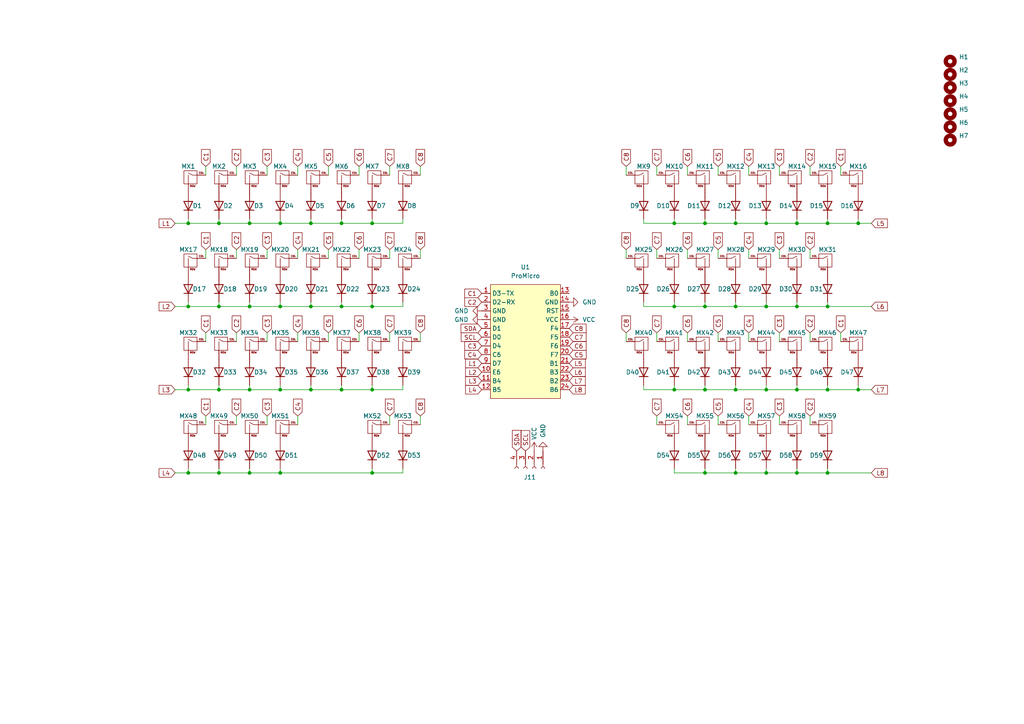
<source format=kicad_sch>
(kicad_sch (version 20230121) (generator eeschema)
  (paper "A4")
  (junction (at 222.25 64.77))
  (junction (at 81.28 113.03))
  (junction (at 63.5 88.9))
  (junction (at 72.39 88.9))
  (junction (at 213.36 137.16))
  (junction (at 63.5 113.03))
  (junction (at 72.39 64.77))
  (junction (at 213.36 113.03))
  (junction (at 204.47 137.16))
  (junction (at 72.39 137.16))
  (junction (at 107.95 64.77))
  (junction (at 204.47 64.77))
  (junction (at 222.25 137.16))
  (junction (at 195.58 113.03))
  (junction (at 231.14 113.03))
  (junction (at 204.47 113.03))
  (junction (at 248.92 64.77))
  (junction (at 240.03 64.77))
  (junction (at 195.58 64.77))
  (junction (at 107.95 88.9))
  (junction (at 99.06 64.77))
  (junction (at 72.39 113.03))
  (junction (at 81.28 88.9))
  (junction (at 90.17 88.9))
  (junction (at 240.03 88.9))
  (junction (at 222.25 88.9))
  (junction (at 54.61 64.77))
  (junction (at 54.61 113.03))
  (junction (at 54.61 88.9))
  (junction (at 231.14 64.77))
  (junction (at 213.36 88.9))
  (junction (at 213.36 64.77))
  (junction (at 99.06 88.9))
  (junction (at 99.06 113.03))
  (junction (at 81.28 64.77))
  (junction (at 63.5 137.16))
  (junction (at 81.28 137.16))
  (junction (at 90.17 64.77))
  (junction (at 222.25 113.03))
  (junction (at 248.92 113.03))
  (junction (at 195.58 88.9))
  (junction (at 240.03 113.03))
  (junction (at 204.47 88.9))
  (junction (at 231.14 88.9))
  (junction (at 63.5 64.77))
  (junction (at 231.14 137.16))
  (junction (at 107.95 113.03))
  (junction (at 107.95 137.16))
  (junction (at 240.03 137.16))
  (junction (at 90.17 113.03))
  (junction (at 54.61 137.16))
  (wire (pts (xy 222.25 88.9) (xy 222.25 87.63)))
  (wire (pts (xy 50.8 88.9) (xy 54.61 88.9)))
  (wire (pts (xy 208.28 120.65) (xy 208.28 123.19)))
  (wire (pts (xy 190.5 72.39) (xy 190.5 74.93)))
  (wire (pts (xy 63.5 137.16) (xy 72.39 137.16)))
  (wire (pts (xy 107.95 113.03) (xy 116.84 113.03)))
  (wire (pts (xy 59.69 72.39) (xy 59.69 74.93)))
  (wire (pts (xy 72.39 88.9) (xy 72.39 87.63)))
  (wire (pts (xy 63.5 64.77) (xy 63.5 63.5)))
  (wire (pts (xy 231.14 137.16) (xy 222.25 137.16)))
  (wire (pts (xy 54.61 137.16) (xy 63.5 137.16)))
  (wire (pts (xy 222.25 113.03) (xy 213.36 113.03)))
  (wire (pts (xy 104.14 96.52) (xy 104.14 99.06)))
  (wire (pts (xy 116.84 113.03) (xy 116.84 111.76)))
  (wire (pts (xy 50.8 113.03) (xy 54.61 113.03)))
  (wire (pts (xy 68.58 120.65) (xy 68.58 123.19)))
  (wire (pts (xy 90.17 113.03) (xy 90.17 111.76)))
  (wire (pts (xy 86.36 96.52) (xy 86.36 99.06)))
  (wire (pts (xy 240.03 88.9) (xy 252.73 88.9)))
  (wire (pts (xy 222.25 64.77) (xy 213.36 64.77)))
  (wire (pts (xy 107.95 88.9) (xy 107.95 87.63)))
  (wire (pts (xy 213.36 137.16) (xy 213.36 135.89)))
  (wire (pts (xy 190.5 96.52) (xy 190.5 99.06)))
  (wire (pts (xy 234.95 72.39) (xy 234.95 74.93)))
  (wire (pts (xy 77.47 48.26) (xy 77.47 50.8)))
  (wire (pts (xy 63.5 113.03) (xy 63.5 111.76)))
  (wire (pts (xy 72.39 113.03) (xy 81.28 113.03)))
  (wire (pts (xy 195.58 137.16) (xy 195.58 135.89)))
  (wire (pts (xy 104.14 72.39) (xy 104.14 74.93)))
  (wire (pts (xy 181.61 48.26) (xy 181.61 50.8)))
  (wire (pts (xy 99.06 113.03) (xy 107.95 113.03)))
  (wire (pts (xy 107.95 137.16) (xy 116.84 137.16)))
  (wire (pts (xy 217.17 72.39) (xy 217.17 74.93)))
  (wire (pts (xy 213.36 113.03) (xy 204.47 113.03)))
  (wire (pts (xy 240.03 88.9) (xy 240.03 87.63)))
  (wire (pts (xy 190.5 48.26) (xy 190.5 50.8)))
  (wire (pts (xy 181.61 72.39) (xy 181.61 74.93)))
  (wire (pts (xy 213.36 88.9) (xy 204.47 88.9)))
  (wire (pts (xy 95.25 96.52) (xy 95.25 99.06)))
  (wire (pts (xy 99.06 88.9) (xy 99.06 87.63)))
  (wire (pts (xy 199.39 72.39) (xy 199.39 74.93)))
  (wire (pts (xy 252.73 64.77) (xy 248.92 64.77)))
  (wire (pts (xy 121.92 120.65) (xy 121.92 123.19)))
  (wire (pts (xy 59.69 48.26) (xy 59.69 50.8)))
  (wire (pts (xy 90.17 88.9) (xy 99.06 88.9)))
  (wire (pts (xy 240.03 137.16) (xy 240.03 135.89)))
  (wire (pts (xy 72.39 137.16) (xy 72.39 135.89)))
  (wire (pts (xy 199.39 120.65) (xy 199.39 123.19)))
  (wire (pts (xy 248.92 64.77) (xy 240.03 64.77)))
  (wire (pts (xy 63.5 113.03) (xy 72.39 113.03)))
  (wire (pts (xy 77.47 72.39) (xy 77.47 74.93)))
  (wire (pts (xy 90.17 64.77) (xy 90.17 63.5)))
  (wire (pts (xy 252.73 113.03) (xy 248.92 113.03)))
  (wire (pts (xy 95.25 48.26) (xy 95.25 50.8)))
  (wire (pts (xy 86.36 48.26) (xy 86.36 50.8)))
  (wire (pts (xy 195.58 113.03) (xy 186.69 113.03)))
  (wire (pts (xy 190.5 120.65) (xy 190.5 123.19)))
  (wire (pts (xy 199.39 96.52) (xy 199.39 99.06)))
  (wire (pts (xy 54.61 64.77) (xy 54.61 63.5)))
  (wire (pts (xy 68.58 72.39) (xy 68.58 74.93)))
  (wire (pts (xy 243.84 96.52) (xy 243.84 99.06)))
  (wire (pts (xy 231.14 64.77) (xy 222.25 64.77)))
  (wire (pts (xy 121.92 72.39) (xy 121.92 74.93)))
  (wire (pts (xy 222.25 137.16) (xy 213.36 137.16)))
  (wire (pts (xy 181.61 96.52) (xy 181.61 99.06)))
  (wire (pts (xy 195.58 64.77) (xy 195.58 63.5)))
  (wire (pts (xy 213.36 113.03) (xy 213.36 111.76)))
  (wire (pts (xy 240.03 88.9) (xy 231.14 88.9)))
  (wire (pts (xy 81.28 137.16) (xy 107.95 137.16)))
  (wire (pts (xy 231.14 88.9) (xy 231.14 87.63)))
  (wire (pts (xy 195.58 113.03) (xy 195.58 111.76)))
  (wire (pts (xy 243.84 48.26) (xy 243.84 50.8)))
  (wire (pts (xy 222.25 137.16) (xy 222.25 135.89)))
  (wire (pts (xy 113.03 48.26) (xy 113.03 50.8)))
  (wire (pts (xy 231.14 88.9) (xy 222.25 88.9)))
  (wire (pts (xy 107.95 88.9) (xy 116.84 88.9)))
  (wire (pts (xy 217.17 96.52) (xy 217.17 99.06)))
  (wire (pts (xy 54.61 88.9) (xy 54.61 87.63)))
  (wire (pts (xy 204.47 113.03) (xy 195.58 113.03)))
  (wire (pts (xy 208.28 96.52) (xy 208.28 99.06)))
  (wire (pts (xy 81.28 64.77) (xy 90.17 64.77)))
  (wire (pts (xy 116.84 137.16) (xy 116.84 135.89)))
  (wire (pts (xy 90.17 64.77) (xy 99.06 64.77)))
  (wire (pts (xy 90.17 88.9) (xy 90.17 87.63)))
  (wire (pts (xy 113.03 96.52) (xy 113.03 99.06)))
  (wire (pts (xy 248.92 64.77) (xy 248.92 63.5)))
  (wire (pts (xy 186.69 88.9) (xy 186.69 87.63)))
  (wire (pts (xy 226.06 48.26) (xy 226.06 50.8)))
  (wire (pts (xy 121.92 48.26) (xy 121.92 50.8)))
  (wire (pts (xy 121.92 96.52) (xy 121.92 99.06)))
  (wire (pts (xy 63.5 64.77) (xy 72.39 64.77)))
  (wire (pts (xy 86.36 120.65) (xy 86.36 123.19)))
  (wire (pts (xy 68.58 96.52) (xy 68.58 99.06)))
  (wire (pts (xy 81.28 137.16) (xy 81.28 135.89)))
  (wire (pts (xy 234.95 48.26) (xy 234.95 50.8)))
  (wire (pts (xy 186.69 113.03) (xy 186.69 111.76)))
  (wire (pts (xy 99.06 64.77) (xy 107.95 64.77)))
  (wire (pts (xy 204.47 88.9) (xy 195.58 88.9)))
  (wire (pts (xy 50.8 64.77) (xy 54.61 64.77)))
  (wire (pts (xy 107.95 64.77) (xy 116.84 64.77)))
  (wire (pts (xy 234.95 120.65) (xy 234.95 123.19)))
  (wire (pts (xy 72.39 137.16) (xy 81.28 137.16)))
  (wire (pts (xy 217.17 120.65) (xy 217.17 123.19)))
  (wire (pts (xy 116.84 88.9) (xy 116.84 87.63)))
  (wire (pts (xy 195.58 64.77) (xy 186.69 64.77)))
  (wire (pts (xy 240.03 113.03) (xy 240.03 111.76)))
  (wire (pts (xy 81.28 64.77) (xy 81.28 63.5)))
  (wire (pts (xy 86.36 72.39) (xy 86.36 74.93)))
  (wire (pts (xy 59.69 96.52) (xy 59.69 99.06)))
  (wire (pts (xy 81.28 113.03) (xy 90.17 113.03)))
  (wire (pts (xy 226.06 96.52) (xy 226.06 99.06)))
  (wire (pts (xy 63.5 88.9) (xy 63.5 87.63)))
  (wire (pts (xy 231.14 137.16) (xy 231.14 135.89)))
  (wire (pts (xy 204.47 88.9) (xy 204.47 87.63)))
  (wire (pts (xy 72.39 113.03) (xy 72.39 111.76)))
  (wire (pts (xy 240.03 137.16) (xy 252.73 137.16)))
  (wire (pts (xy 113.03 120.65) (xy 113.03 123.19)))
  (wire (pts (xy 226.06 72.39) (xy 226.06 74.93)))
  (wire (pts (xy 99.06 113.03) (xy 99.06 111.76)))
  (wire (pts (xy 240.03 113.03) (xy 231.14 113.03)))
  (wire (pts (xy 195.58 88.9) (xy 186.69 88.9)))
  (wire (pts (xy 226.06 120.65) (xy 226.06 123.19)))
  (wire (pts (xy 68.58 48.26) (xy 68.58 50.8)))
  (wire (pts (xy 72.39 64.77) (xy 72.39 63.5)))
  (wire (pts (xy 234.95 96.52) (xy 234.95 99.06)))
  (wire (pts (xy 231.14 113.03) (xy 231.14 111.76)))
  (wire (pts (xy 90.17 113.03) (xy 99.06 113.03)))
  (wire (pts (xy 72.39 88.9) (xy 81.28 88.9)))
  (wire (pts (xy 248.92 113.03) (xy 240.03 113.03)))
  (wire (pts (xy 72.39 64.77) (xy 81.28 64.77)))
  (wire (pts (xy 54.61 113.03) (xy 63.5 113.03)))
  (wire (pts (xy 222.25 113.03) (xy 222.25 111.76)))
  (wire (pts (xy 208.28 72.39) (xy 208.28 74.93)))
  (wire (pts (xy 59.69 120.65) (xy 59.69 123.19)))
  (wire (pts (xy 116.84 64.77) (xy 116.84 63.5)))
  (wire (pts (xy 217.17 48.26) (xy 217.17 50.8)))
  (wire (pts (xy 213.36 64.77) (xy 204.47 64.77)))
  (wire (pts (xy 240.03 64.77) (xy 240.03 63.5)))
  (wire (pts (xy 204.47 113.03) (xy 204.47 111.76)))
  (wire (pts (xy 107.95 64.77) (xy 107.95 63.5)))
  (wire (pts (xy 54.61 113.03) (xy 54.61 111.76)))
  (wire (pts (xy 107.95 113.03) (xy 107.95 111.76)))
  (wire (pts (xy 104.14 48.26) (xy 104.14 50.8)))
  (wire (pts (xy 204.47 137.16) (xy 204.47 135.89)))
  (wire (pts (xy 231.14 64.77) (xy 231.14 63.5)))
  (wire (pts (xy 113.03 72.39) (xy 113.03 74.93)))
  (wire (pts (xy 213.36 88.9) (xy 213.36 87.63)))
  (wire (pts (xy 208.28 48.26) (xy 208.28 50.8)))
  (wire (pts (xy 204.47 64.77) (xy 204.47 63.5)))
  (wire (pts (xy 107.95 137.16) (xy 107.95 135.89)))
  (wire (pts (xy 63.5 137.16) (xy 63.5 135.89)))
  (wire (pts (xy 240.03 64.77) (xy 231.14 64.77)))
  (wire (pts (xy 77.47 96.52) (xy 77.47 99.06)))
  (wire (pts (xy 81.28 113.03) (xy 81.28 111.76)))
  (wire (pts (xy 99.06 88.9) (xy 107.95 88.9)))
  (wire (pts (xy 81.28 88.9) (xy 81.28 87.63)))
  (wire (pts (xy 240.03 137.16) (xy 231.14 137.16)))
  (wire (pts (xy 231.14 113.03) (xy 222.25 113.03)))
  (wire (pts (xy 222.25 88.9) (xy 213.36 88.9)))
  (wire (pts (xy 195.58 88.9) (xy 195.58 87.63)))
  (wire (pts (xy 63.5 88.9) (xy 72.39 88.9)))
  (wire (pts (xy 213.36 64.77) (xy 213.36 63.5)))
  (wire (pts (xy 95.25 72.39) (xy 95.25 74.93)))
  (wire (pts (xy 222.25 64.77) (xy 222.25 63.5)))
  (wire (pts (xy 186.69 64.77) (xy 186.69 63.5)))
  (wire (pts (xy 99.06 64.77) (xy 99.06 63.5)))
  (wire (pts (xy 204.47 137.16) (xy 195.58 137.16)))
  (wire (pts (xy 54.61 137.16) (xy 54.61 135.89)))
  (wire (pts (xy 213.36 137.16) (xy 204.47 137.16)))
  (wire (pts (xy 54.61 64.77) (xy 63.5 64.77)))
  (wire (pts (xy 204.47 64.77) (xy 195.58 64.77)))
  (wire (pts (xy 77.47 120.65) (xy 77.47 123.19)))
  (wire (pts (xy 50.8 137.16) (xy 54.61 137.16)))
  (wire (pts (xy 54.61 88.9) (xy 63.5 88.9)))
  (wire (pts (xy 81.28 88.9) (xy 90.17 88.9)))
  (wire (pts (xy 199.39 48.26) (xy 199.39 50.8)))
  (wire (pts (xy 248.92 113.03) (xy 248.92 111.76)))
  (global_label "C4" (shape input) (at 86.36 48.26 90) (property "Intersheetrefs" "${INTERSHEET_REFS}" (effects hide)))
  (global_label "C1" (shape input) (at 59.69 96.52 90) (property "Intersheetrefs" "${INTERSHEET_REFS}" (effects hide)))
  (global_label "C7" (shape input) (at 113.03 96.52 90) (property "Intersheetrefs" "${INTERSHEET_REFS}" (effects hide)))
  (global_label "C6" (shape input) (at 199.39 48.26 90) (property "Intersheetrefs" "${INTERSHEET_REFS}" (effects hide)))
  (global_label "SCL" (shape input) (at 152.4 130.81 90) (property "Intersheetrefs" "${INTERSHEET_REFS}" (effects hide)))
  (global_label "C6" (shape input) (at 199.39 120.65 90) (property "Intersheetrefs" "${INTERSHEET_REFS}" (effects hide)))
  (global_label "C1" (shape input) (at 243.84 96.52 90) (property "Intersheetrefs" "${INTERSHEET_REFS}" (effects hide)))
  (global_label "C7" (shape input) (at 113.03 120.65 90) (property "Intersheetrefs" "${INTERSHEET_REFS}" (effects hide)))
  (global_label "C8" (shape input) (at 121.92 48.26 90) (property "Intersheetrefs" "${INTERSHEET_REFS}" (effects hide)))
  (global_label "C5" (shape input) (at 165.1 102.87 0) (property "Intersheetrefs" "${INTERSHEET_REFS}" (effects hide)))
  (global_label "L6" (shape input) (at 252.73 88.9 0) (property "Intersheetrefs" "${INTERSHEET_REFS}" (effects hide)))
  (global_label "C6" (shape input) (at 199.39 72.39 90) (property "Intersheetrefs" "${INTERSHEET_REFS}" (effects hide)))
  (global_label "L1" (shape input) (at 139.7 105.41 180) (property "Intersheetrefs" "${INTERSHEET_REFS}" (effects hide)))
  (global_label "C5" (shape input) (at 95.25 48.26 90) (property "Intersheetrefs" "${INTERSHEET_REFS}" (effects hide)))
  (global_label "C3" (shape input) (at 139.7 100.33 180) (property "Intersheetrefs" "${INTERSHEET_REFS}" (effects hide)))
  (global_label "C1" (shape input) (at 139.7 85.09 180) (property "Intersheetrefs" "${INTERSHEET_REFS}" (effects hide)))
  (global_label "C4" (shape input) (at 217.17 48.26 90) (property "Intersheetrefs" "${INTERSHEET_REFS}" (effects hide)))
  (global_label "L4" (shape input) (at 50.8 137.16 180) (property "Intersheetrefs" "${INTERSHEET_REFS}" (effects hide)))
  (global_label "L2" (shape input) (at 50.8 88.9 180) (property "Intersheetrefs" "${INTERSHEET_REFS}" (effects hide)))
  (global_label "C8" (shape input) (at 121.92 96.52 90) (property "Intersheetrefs" "${INTERSHEET_REFS}" (effects hide)))
  (global_label "C6" (shape input) (at 104.14 72.39 90) (property "Intersheetrefs" "${INTERSHEET_REFS}" (effects hide)))
  (global_label "L1" (shape input) (at 50.8 64.77 180) (property "Intersheetrefs" "${INTERSHEET_REFS}" (effects hide)))
  (global_label "C1" (shape input) (at 59.69 120.65 90) (property "Intersheetrefs" "${INTERSHEET_REFS}" (effects hide)))
  (global_label "C6" (shape input) (at 104.14 96.52 90) (property "Intersheetrefs" "${INTERSHEET_REFS}" (effects hide)))
  (global_label "C3" (shape input) (at 226.06 48.26 90) (property "Intersheetrefs" "${INTERSHEET_REFS}" (effects hide)))
  (global_label "C1" (shape input) (at 59.69 48.26 90) (property "Intersheetrefs" "${INTERSHEET_REFS}" (effects hide)))
  (global_label "C5" (shape input) (at 95.25 72.39 90) (property "Intersheetrefs" "${INTERSHEET_REFS}" (effects hide)))
  (global_label "C4" (shape input) (at 139.7 102.87 180) (property "Intersheetrefs" "${INTERSHEET_REFS}" (effects hide)))
  (global_label "C1" (shape input) (at 59.69 72.39 90) (property "Intersheetrefs" "${INTERSHEET_REFS}" (effects hide)))
  (global_label "SDA" (shape input) (at 139.7 95.25 180) (property "Intersheetrefs" "${INTERSHEET_REFS}" (effects hide)))
  (global_label "L6" (shape input) (at 165.1 107.95 0) (property "Intersheetrefs" "${INTERSHEET_REFS}" (effects hide)))
  (global_label "C8" (shape input) (at 181.61 96.52 90) (property "Intersheetrefs" "${INTERSHEET_REFS}" (effects hide)))
  (global_label "C5" (shape input) (at 208.28 48.26 90) (property "Intersheetrefs" "${INTERSHEET_REFS}" (effects hide)))
  (global_label "C2" (shape input) (at 234.95 72.39 90) (property "Intersheetrefs" "${INTERSHEET_REFS}" (effects hide)))
  (global_label "L5" (shape input) (at 165.1 105.41 0) (property "Intersheetrefs" "${INTERSHEET_REFS}" (effects hide)))
  (global_label "C7" (shape input) (at 113.03 72.39 90) (property "Intersheetrefs" "${INTERSHEET_REFS}" (effects hide)))
  (global_label "C2" (shape input) (at 139.7 87.63 180) (property "Intersheetrefs" "${INTERSHEET_REFS}" (effects hide)))
  (global_label "C2" (shape input) (at 68.58 48.26 90) (property "Intersheetrefs" "${INTERSHEET_REFS}" (effects hide)))
  (global_label "C7" (shape input) (at 190.5 96.52 90) (property "Intersheetrefs" "${INTERSHEET_REFS}" (effects hide)))
  (global_label "C8" (shape input) (at 181.61 48.26 90) (property "Intersheetrefs" "${INTERSHEET_REFS}" (effects hide)))
  (global_label "C3" (shape input) (at 77.47 72.39 90) (property "Intersheetrefs" "${INTERSHEET_REFS}" (effects hide)))
  (global_label "L7" (shape input) (at 165.1 110.49 0) (property "Intersheetrefs" "${INTERSHEET_REFS}" (effects hide)))
  (global_label "C4" (shape input) (at 86.36 96.52 90) (property "Intersheetrefs" "${INTERSHEET_REFS}" (effects hide)))
  (global_label "C8" (shape input) (at 121.92 72.39 90) (property "Intersheetrefs" "${INTERSHEET_REFS}" (effects hide)))
  (global_label "C4" (shape input) (at 86.36 72.39 90) (property "Intersheetrefs" "${INTERSHEET_REFS}" (effects hide)))
  (global_label "L8" (shape input) (at 252.73 137.16 0) (property "Intersheetrefs" "${INTERSHEET_REFS}" (effects hide)))
  (global_label "C3" (shape input) (at 77.47 48.26 90) (property "Intersheetrefs" "${INTERSHEET_REFS}" (effects hide)))
  (global_label "C3" (shape input) (at 77.47 96.52 90) (property "Intersheetrefs" "${INTERSHEET_REFS}" (effects hide)))
  (global_label "L3" (shape input) (at 139.7 110.49 180) (property "Intersheetrefs" "${INTERSHEET_REFS}" (effects hide)))
  (global_label "SCL" (shape input) (at 139.7 97.79 180) (property "Intersheetrefs" "${INTERSHEET_REFS}" (effects hide)))
  (global_label "C1" (shape input) (at 243.84 48.26 90) (property "Intersheetrefs" "${INTERSHEET_REFS}" (effects hide)))
  (global_label "C7" (shape input) (at 190.5 120.65 90) (property "Intersheetrefs" "${INTERSHEET_REFS}" (effects hide)))
  (global_label "C4" (shape input) (at 86.36 120.65 90) (property "Intersheetrefs" "${INTERSHEET_REFS}" (effects hide)))
  (global_label "C2" (shape input) (at 68.58 72.39 90) (property "Intersheetrefs" "${INTERSHEET_REFS}" (effects hide)))
  (global_label "L4" (shape input) (at 139.7 113.03 180) (property "Intersheetrefs" "${INTERSHEET_REFS}" (effects hide)))
  (global_label "C3" (shape input) (at 226.06 120.65 90) (property "Intersheetrefs" "${INTERSHEET_REFS}" (effects hide)))
  (global_label "C8" (shape input) (at 165.1 95.25 0) (property "Intersheetrefs" "${INTERSHEET_REFS}" (effects hide)))
  (global_label "C7" (shape input) (at 165.1 97.79 0) (property "Intersheetrefs" "${INTERSHEET_REFS}" (effects hide)))
  (global_label "L3" (shape input) (at 50.8 113.03 180) (property "Intersheetrefs" "${INTERSHEET_REFS}" (effects hide)))
  (global_label "C2" (shape input) (at 234.95 96.52 90) (property "Intersheetrefs" "${INTERSHEET_REFS}" (effects hide)))
  (global_label "L7" (shape input) (at 252.73 113.03 0) (property "Intersheetrefs" "${INTERSHEET_REFS}" (effects hide)))
  (global_label "C7" (shape input) (at 190.5 48.26 90) (property "Intersheetrefs" "${INTERSHEET_REFS}" (effects hide)))
  (global_label "C2" (shape input) (at 68.58 96.52 90) (property "Intersheetrefs" "${INTERSHEET_REFS}" (effects hide)))
  (global_label "L2" (shape input) (at 139.7 107.95 180) (property "Intersheetrefs" "${INTERSHEET_REFS}" (effects hide)))
  (global_label "C5" (shape input) (at 95.25 96.52 90) (property "Intersheetrefs" "${INTERSHEET_REFS}" (effects hide)))
  (global_label "C7" (shape input) (at 190.5 72.39 90) (property "Intersheetrefs" "${INTERSHEET_REFS}" (effects hide)))
  (global_label "C6" (shape input) (at 104.14 48.26 90) (property "Intersheetrefs" "${INTERSHEET_REFS}" (effects hide)))
  (global_label "C7" (shape input) (at 113.03 48.26 90) (property "Intersheetrefs" "${INTERSHEET_REFS}" (effects hide)))
  (global_label "C2" (shape input) (at 234.95 48.26 90) (property "Intersheetrefs" "${INTERSHEET_REFS}" (effects hide)))
  (global_label "C4" (shape input) (at 217.17 96.52 90) (property "Intersheetrefs" "${INTERSHEET_REFS}" (effects hide)))
  (global_label "C4" (shape input) (at 217.17 120.65 90) (property "Intersheetrefs" "${INTERSHEET_REFS}" (effects hide)))
  (global_label "C8" (shape input) (at 121.92 120.65 90) (property "Intersheetrefs" "${INTERSHEET_REFS}" (effects hide)))
  (global_label "C5" (shape input) (at 208.28 72.39 90) (property "Intersheetrefs" "${INTERSHEET_REFS}" (effects hide)))
  (global_label "SDA" (shape input) (at 149.86 130.81 90) (property "Intersheetrefs" "${INTERSHEET_REFS}" (effects hide)))
  (global_label "C5" (shape input) (at 208.28 96.52 90) (property "Intersheetrefs" "${INTERSHEET_REFS}" (effects hide)))
  (global_label "C2" (shape input) (at 234.95 120.65 90) (property "Intersheetrefs" "${INTERSHEET_REFS}" (effects hide)))
  (global_label "C4" (shape input) (at 217.17 72.39 90) (property "Intersheetrefs" "${INTERSHEET_REFS}" (effects hide)))
  (global_label "L5" (shape input) (at 252.73 64.77 0) (property "Intersheetrefs" "${INTERSHEET_REFS}" (effects hide)))
  (global_label "C5" (shape input) (at 208.28 120.65 90) (property "Intersheetrefs" "${INTERSHEET_REFS}" (effects hide)))
  (global_label "C3" (shape input) (at 77.47 120.65 90) (property "Intersheetrefs" "${INTERSHEET_REFS}" (effects hide)))
  (global_label "C3" (shape input) (at 226.06 72.39 90) (property "Intersheetrefs" "${INTERSHEET_REFS}" (effects hide)))
  (global_label "L8" (shape input) (at 165.1 113.03 0) (property "Intersheetrefs" "${INTERSHEET_REFS}" (effects hide)))
  (global_label "C8" (shape input) (at 181.61 72.39 90) (property "Intersheetrefs" "${INTERSHEET_REFS}" (effects hide)))
  (global_label "C2" (shape input) (at 68.58 120.65 90) (property "Intersheetrefs" "${INTERSHEET_REFS}" (effects hide)))
  (global_label "C3" (shape input) (at 226.06 96.52 90) (property "Intersheetrefs" "${INTERSHEET_REFS}" (effects hide)))
  (global_label "C6" (shape input) (at 199.39 96.52 90) (property "Intersheetrefs" "${INTERSHEET_REFS}" (effects hide)))
  (global_label "C6" (shape input) (at 165.1 100.33 0) (property "Intersheetrefs" "${INTERSHEET_REFS}" (effects hide)))
  (symbol (lib_id "PCM_0xcb:MX") (at 64.77 123.19 0) (unit 1)
    (property "Reference" "MX49" (at 63.5 120.65 0))
    (property "Value" "MX" (effects hide))
    (property "Footprint" "_mx:MX-Alps-Hybrid-1U" (effects hide))
  )
  (symbol (lib_id "Diode:1N4148") (at 63.5 59.69 90) (unit 1)
    (property "Reference" "D2" (at 64.77 59.69 90) (effects (justify right)))
    (property "Value" "1N4148" (effects hide))
    (property "Footprint" "Diode_THT:D_DO-35_SOD27_P7.62mm_Horizontal" (effects hide))
    (property "Datasheet" "https://assets.nexperia.com/documents/data-sheet/1N4148_1N4448.pdf" (effects hide))
    (property "Sim.Device" "D" (effects hide))
    (property "Sim.Pins" "1=K 2=A" (effects hide))
  )
  (symbol (lib_id "PCM_0xcb:MX") (at 73.66 99.06 0) (unit 1)
    (property "Reference" "MX34" (at 72.39 96.52 0))
    (property "Value" "MX" (effects hide))
    (property "Footprint" "_mx:MX-Alps-Hybrid-1U" (effects hide))
  )
  (symbol (lib_id "Diode:1N4148") (at 72.39 107.95 90) (unit 1)
    (property "Reference" "D34" (at 73.66 107.95 90) (effects (justify right)))
    (property "Value" "1N4148" (effects hide))
    (property "Footprint" "Diode_THT:D_DO-35_SOD27_P7.62mm_Horizontal" (effects hide))
    (property "Datasheet" "https://assets.nexperia.com/documents/data-sheet/1N4148_1N4448.pdf" (effects hide))
    (property "Sim.Device" "D" (effects hide))
    (property "Sim.Pins" "1=K 2=A" (effects hide))
  )
  (symbol (lib_id "Diode:1N4148") (at 222.25 132.08 270) (mirror x) (unit 1)
    (property "Reference" "D57" (at 220.98 132.08 90) (effects (justify right)))
    (property "Value" "1N4148" (effects hide))
    (property "Footprint" "Diode_THT:D_DO-35_SOD27_P7.62mm_Horizontal" (effects hide))
    (property "Datasheet" "https://assets.nexperia.com/documents/data-sheet/1N4148_1N4448.pdf" (effects hide))
    (property "Sim.Device" "D" (effects hide))
    (property "Sim.Pins" "1=K 2=A" (effects hide))
  )
  (symbol (lib_id "PCM_0xcb:MX") (at 73.66 50.8 0) (unit 1)
    (property "Reference" "MX3" (at 72.39 48.26 0))
    (property "Value" "MX" (effects hide))
    (property "Footprint" "_mx:MX-Alps-Hybrid-1U" (effects hide))
  )
  (symbol (lib_id "PCM_0xcb:MX") (at 220.98 99.06 0) (mirror y) (unit 1)
    (property "Reference" "MX44" (at 222.25 96.52 0))
    (property "Value" "MX" (effects hide))
    (property "Footprint" "_mx:MX-Alps-Hybrid-1U" (effects hide))
  )
  (symbol (lib_id "Diode:1N4148") (at 90.17 107.95 90) (unit 1)
    (property "Reference" "D36" (at 91.44 107.95 90) (effects (justify right)))
    (property "Value" "1N4148" (effects hide))
    (property "Footprint" "Diode_THT:D_DO-35_SOD27_P7.62mm_Horizontal" (effects hide))
    (property "Datasheet" "https://assets.nexperia.com/documents/data-sheet/1N4148_1N4448.pdf" (effects hide))
    (property "Sim.Device" "D" (effects hide))
    (property "Sim.Pins" "1=K 2=A" (effects hide))
  )
  (symbol (lib_id "Diode:1N4148") (at 231.14 107.95 270) (mirror x) (unit 1)
    (property "Reference" "D45" (at 229.87 107.95 90) (effects (justify right)))
    (property "Value" "1N4148" (effects hide))
    (property "Footprint" "Diode_THT:D_DO-35_SOD27_P7.62mm_Horizontal" (effects hide))
    (property "Datasheet" "https://assets.nexperia.com/documents/data-sheet/1N4148_1N4448.pdf" (effects hide))
    (property "Sim.Device" "D" (effects hide))
    (property "Sim.Pins" "1=K 2=A" (effects hide))
  )
  (symbol (lib_id "Diode:1N4148") (at 63.5 107.95 90) (unit 1)
    (property "Reference" "D33" (at 64.77 107.95 90) (effects (justify right)))
    (property "Value" "1N4148" (effects hide))
    (property "Footprint" "Diode_THT:D_DO-35_SOD27_P7.62mm_Horizontal" (effects hide))
    (property "Datasheet" "https://assets.nexperia.com/documents/data-sheet/1N4148_1N4448.pdf" (effects hide))
    (property "Sim.Device" "D" (effects hide))
    (property "Sim.Pins" "1=K 2=A" (effects hide))
  )
  (symbol (lib_id "Diode:1N4148") (at 81.28 132.08 90) (unit 1)
    (property "Reference" "D51" (at 82.55 132.08 90) (effects (justify right)))
    (property "Value" "1N4148" (effects hide))
    (property "Footprint" "Diode_THT:D_DO-35_SOD27_P7.62mm_Horizontal" (effects hide))
    (property "Datasheet" "https://assets.nexperia.com/documents/data-sheet/1N4148_1N4448.pdf" (effects hide))
    (property "Sim.Device" "D" (effects hide))
    (property "Sim.Pins" "1=K 2=A" (effects hide))
  )
  (symbol (lib_id "PCM_0xcb:MX") (at 220.98 74.93 0) (mirror y) (unit 1)
    (property "Reference" "MX29" (at 222.25 72.39 0))
    (property "Value" "MX" (effects hide))
    (property "Footprint" "_mx:MX-Alps-Hybrid-1U" (effects hide))
  )
  (symbol (lib_id "PCM_0xcb:MX") (at 64.77 50.8 0) (unit 1)
    (property "Reference" "MX2" (at 63.5 48.26 0))
    (property "Value" "MX" (effects hide))
    (property "Footprint" "_mx:MX-Alps-Hybrid-1U" (effects hide))
  )
  (symbol (lib_id "Diode:1N4148") (at 81.28 107.95 90) (unit 1)
    (property "Reference" "D35" (at 82.55 107.95 90) (effects (justify right)))
    (property "Value" "1N4148" (effects hide))
    (property "Footprint" "Diode_THT:D_DO-35_SOD27_P7.62mm_Horizontal" (effects hide))
    (property "Datasheet" "https://assets.nexperia.com/documents/data-sheet/1N4148_1N4448.pdf" (effects hide))
    (property "Sim.Device" "D" (effects hide))
    (property "Sim.Pins" "1=K 2=A" (effects hide))
  )
  (symbol (lib_id "Diode:1N4148") (at 72.39 83.82 90) (unit 1)
    (property "Reference" "D19" (at 73.66 83.82 90) (effects (justify right)))
    (property "Value" "1N4148" (effects hide))
    (property "Footprint" "Diode_THT:D_DO-35_SOD27_P7.62mm_Horizontal" (effects hide))
    (property "Datasheet" "https://assets.nexperia.com/documents/data-sheet/1N4148_1N4448.pdf" (effects hide))
    (property "Sim.Device" "D" (effects hide))
    (property "Sim.Pins" "1=K 2=A" (effects hide))
  )
  (symbol (lib_id "power:GND") (at 139.7 92.71 270) (unit 1)
    (property "Reference" "#PWR04" (effects hide))
    (property "Value" "GND" (at 135.89 92.71 90) (effects (justify right)))
  )
  (symbol (lib_id "Diode:1N4148") (at 195.58 83.82 270) (mirror x) (unit 1)
    (property "Reference" "D26" (at 194.31 83.82 90) (effects (justify right)))
    (property "Value" "1N4148" (effects hide))
    (property "Footprint" "Diode_THT:D_DO-35_SOD27_P7.62mm_Horizontal" (effects hide))
    (property "Datasheet" "https://assets.nexperia.com/documents/data-sheet/1N4148_1N4448.pdf" (effects hide))
    (property "Sim.Device" "D" (effects hide))
    (property "Sim.Pins" "1=K 2=A" (effects hide))
  )
  (symbol (lib_id "PCM_0xcb:MX") (at 212.09 99.06 0) (mirror y) (unit 1)
    (property "Reference" "MX43" (at 213.36 96.52 0))
    (property "Value" "MX" (effects hide))
    (property "Footprint" "_mx:MX-Alps-Hybrid-1U" (effects hide))
  )
  (symbol (lib_id "power:GND") (at 165.1 87.63 90) (unit 1)
    (property "Reference" "#PWR02" (effects hide))
    (property "Value" "GND" (at 168.91 87.63 90) (effects (justify right)))
  )
  (symbol (lib_id "Diode:1N4148") (at 107.95 83.82 90) (unit 1)
    (property "Reference" "D23" (at 109.22 83.82 90) (effects (justify right)))
    (property "Value" "1N4148" (effects hide))
    (property "Footprint" "Diode_THT:D_DO-35_SOD27_P7.62mm_Horizontal" (effects hide))
    (property "Datasheet" "https://assets.nexperia.com/documents/data-sheet/1N4148_1N4448.pdf" (effects hide))
    (property "Sim.Device" "D" (effects hide))
    (property "Sim.Pins" "1=K 2=A" (effects hide))
  )
  (symbol (lib_id "PCM_0xcb:MX") (at 194.31 74.93 0) (mirror y) (unit 1)
    (property "Reference" "MX26" (at 195.58 72.39 0))
    (property "Value" "MX" (effects hide))
    (property "Footprint" "_mx:MX-Alps-Hybrid-1U" (effects hide))
  )
  (symbol (lib_id "PCM_0xcb:MX") (at 203.2 99.06 0) (mirror y) (unit 1)
    (property "Reference" "MX42" (at 204.47 96.52 0))
    (property "Value" "MX" (effects hide))
    (property "Footprint" "_mx:MX-Alps-Hybrid-1.25U" (effects hide))
  )
  (symbol (lib_id "PCM_0xcb:MX") (at 194.31 123.19 0) (mirror y) (unit 1)
    (property "Reference" "MX54" (at 195.58 120.65 0))
    (property "Value" "MX" (effects hide))
    (property "Footprint" "_mx:MX-Alps-Hybrid-1.25U" (effects hide))
  )
  (symbol (lib_id "Diode:1N4148") (at 222.25 107.95 270) (mirror x) (unit 1)
    (property "Reference" "D44" (at 220.98 107.95 90) (effects (justify right)))
    (property "Value" "1N4148" (effects hide))
    (property "Footprint" "Diode_THT:D_DO-35_SOD27_P7.62mm_Horizontal" (effects hide))
    (property "Datasheet" "https://assets.nexperia.com/documents/data-sheet/1N4148_1N4448.pdf" (effects hide))
    (property "Sim.Device" "D" (effects hide))
    (property "Sim.Pins" "1=K 2=A" (effects hide))
  )
  (symbol (lib_id "Diode:1N4148") (at 204.47 107.95 270) (mirror x) (unit 1)
    (property "Reference" "D42" (at 203.2 107.95 90) (effects (justify right)))
    (property "Value" "1N4148" (effects hide))
    (property "Footprint" "Diode_THT:D_DO-35_SOD27_P7.62mm_Horizontal" (effects hide))
    (property "Datasheet" "https://assets.nexperia.com/documents/data-sheet/1N4148_1N4448.pdf" (effects hide))
    (property "Sim.Device" "D" (effects hide))
    (property "Sim.Pins" "1=K 2=A" (effects hide))
  )
  (symbol (lib_id "Diode:1N4148") (at 72.39 132.08 90) (unit 1)
    (property "Reference" "D50" (at 73.66 132.08 90) (effects (justify right)))
    (property "Value" "1N4148" (effects hide))
    (property "Footprint" "Diode_THT:D_DO-35_SOD27_P7.62mm_Horizontal" (effects hide))
    (property "Datasheet" "https://assets.nexperia.com/documents/data-sheet/1N4148_1N4448.pdf" (effects hide))
    (property "Sim.Device" "D" (effects hide))
    (property "Sim.Pins" "1=K 2=A" (effects hide))
  )
  (symbol (lib_id "PCM_0xcb:MX") (at 220.98 123.19 0) (mirror y) (unit 1)
    (property "Reference" "MX57" (at 222.25 120.65 0))
    (property "Value" "MX" (effects hide))
    (property "Footprint" "_mx:MX-Alps-Hybrid-1U" (effects hide))
  )
  (symbol (lib_id "PCM_0xcb:MX") (at 55.88 99.06 0) (unit 1)
    (property "Reference" "MX32" (at 54.61 96.52 0))
    (property "Value" "MX" (effects hide))
    (property "Footprint" "_mx:MX-Alps-Hybrid-1.75U" (effects hide))
  )
  (symbol (lib_id "PCM_0xcb:MX") (at 118.11 74.93 0) (unit 1)
    (property "Reference" "MX24" (at 116.84 72.39 0))
    (property "Value" "MX" (effects hide))
    (property "Footprint" "_mx:MX-Alps-Hybrid-1U" (effects hide))
  )
  (symbol (lib_id "Diode:1N4148") (at 116.84 107.95 90) (unit 1)
    (property "Reference" "D39" (at 118.11 107.95 90) (effects (justify right)))
    (property "Value" "1N4148" (effects hide))
    (property "Footprint" "Diode_THT:D_DO-35_SOD27_P7.62mm_Horizontal" (effects hide))
    (property "Datasheet" "https://assets.nexperia.com/documents/data-sheet/1N4148_1N4448.pdf" (effects hide))
    (property "Sim.Device" "D" (effects hide))
    (property "Sim.Pins" "1=K 2=A" (effects hide))
  )
  (symbol (lib_id "PCM_0xcb:MX") (at 229.87 74.93 0) (mirror y) (unit 1)
    (property "Reference" "MX30" (at 231.14 72.39 0))
    (property "Value" "MX" (effects hide))
    (property "Footprint" "_mx:MX-Alps-Hybrid-1U" (effects hide))
  )
  (symbol (lib_id "PCM_0xcb:MX") (at 118.11 123.19 0) (unit 1)
    (property "Reference" "MX53" (at 116.84 120.65 0))
    (property "Value" "MX" (effects hide))
    (property "Footprint" "_mx:MX-Alps-Hybrid-1.25U" (effects hide))
  )
  (symbol (lib_id "Diode:1N4148") (at 116.84 83.82 90) (unit 1)
    (property "Reference" "D24" (at 118.11 83.82 90) (effects (justify right)))
    (property "Value" "1N4148" (effects hide))
    (property "Footprint" "Diode_THT:D_DO-35_SOD27_P7.62mm_Horizontal" (effects hide))
    (property "Datasheet" "https://assets.nexperia.com/documents/data-sheet/1N4148_1N4448.pdf" (effects hide))
    (property "Sim.Device" "D" (effects hide))
    (property "Sim.Pins" "1=K 2=A" (effects hide))
  )
  (symbol (lib_id "Diode:1N4148") (at 107.95 132.08 90) (unit 1)
    (property "Reference" "D52" (at 109.22 132.08 90) (effects (justify right)))
    (property "Value" "1N4148" (effects hide))
    (property "Footprint" "Diode_THT:D_DO-35_SOD27_P7.62mm_Horizontal" (effects hide))
    (property "Datasheet" "https://assets.nexperia.com/documents/data-sheet/1N4148_1N4448.pdf" (effects hide))
    (property "Sim.Device" "D" (effects hide))
    (property "Sim.Pins" "1=K 2=A" (effects hide))
  )
  (symbol (lib_id "PCM_0xcb:MX") (at 238.76 50.8 0) (mirror y) (unit 1)
    (property "Reference" "MX15" (at 240.03 48.26 0))
    (property "Value" "MX" (effects hide))
    (property "Footprint" "_mx:MX-Alps-Hybrid-1U" (effects hide))
  )
  (symbol (lib_id "PCM_0xcb:MX") (at 229.87 99.06 0) (mirror y) (unit 1)
    (property "Reference" "MX45" (at 231.14 96.52 0))
    (property "Value" "MX" (effects hide))
    (property "Footprint" "_mx:MX-Alps-Hybrid-1U" (effects hide))
  )
  (symbol (lib_id "Mechanical:MountingHole") (at 275.59 17.78 0) (unit 1)
    (property "Reference" "H1" (at 278.13 16.51 0) (effects (justify left)))
    (property "Value" "MountingHole" (effects hide))
    (property "Footprint" "MountingHole:MountingHole_2.2mm_M2" (effects hide))
  )
  (symbol (lib_id "PCM_0xcb:MX") (at 91.44 99.06 0) (unit 1)
    (property "Reference" "MX36" (at 90.17 96.52 0))
    (property "Value" "MX" (effects hide))
    (property "Footprint" "_mx:MX-Alps-Hybrid-1U" (effects hide))
  )
  (symbol (lib_id "PCM_0xcb:MX") (at 73.66 74.93 0) (unit 1)
    (property "Reference" "MX19" (at 72.39 72.39 0))
    (property "Value" "MX" (effects hide))
    (property "Footprint" "_mx:MX-Alps-Hybrid-1U" (effects hide))
  )
  (symbol (lib_id "Diode:1N4148") (at 90.17 83.82 90) (unit 1)
    (property "Reference" "D21" (at 91.44 83.82 90) (effects (justify right)))
    (property "Value" "1N4148" (effects hide))
    (property "Footprint" "Diode_THT:D_DO-35_SOD27_P7.62mm_Horizontal" (effects hide))
    (property "Datasheet" "https://assets.nexperia.com/documents/data-sheet/1N4148_1N4448.pdf" (effects hide))
    (property "Sim.Device" "D" (effects hide))
    (property "Sim.Pins" "1=K 2=A" (effects hide))
  )
  (symbol (lib_id "Diode:1N4148") (at 213.36 107.95 270) (mirror x) (unit 1)
    (property "Reference" "D43" (at 212.09 107.95 90) (effects (justify right)))
    (property "Value" "1N4148" (effects hide))
    (property "Footprint" "Diode_THT:D_DO-35_SOD27_P7.62mm_Horizontal" (effects hide))
    (property "Datasheet" "https://assets.nexperia.com/documents/data-sheet/1N4148_1N4448.pdf" (effects hide))
    (property "Sim.Device" "D" (effects hide))
    (property "Sim.Pins" "1=K 2=A" (effects hide))
  )
  (symbol (lib_id "PCM_0xcb:MX") (at 194.31 99.06 0) (mirror y) (unit 1)
    (property "Reference" "MX41" (at 195.58 96.52 0))
    (property "Value" "MX" (effects hide))
    (property "Footprint" "_mx:MX-Alps-Hybrid-1U" (effects hide))
  )
  (symbol (lib_id "PCM_0xcb:MX") (at 64.77 74.93 0) (unit 1)
    (property "Reference" "MX18" (at 63.5 72.39 0))
    (property "Value" "MX" (effects hide))
    (property "Footprint" "_mx:MX-Alps-Hybrid-1U" (effects hide))
  )
  (symbol (lib_id "PCM_0xcb:MX") (at 109.22 123.19 0) (unit 1)
    (property "Reference" "MX52" (at 107.95 120.65 0))
    (property "Value" "MX" (effects hide))
    (property "Footprint" "_mx:MX-Alps-Hybrid-2.25U-ReversedStabilizers" (effects hide))
  )
  (symbol (lib_id "PCM_0xcb:MX") (at 229.87 123.19 0) (mirror y) (unit 1)
    (property "Reference" "MX58" (at 231.14 120.65 0))
    (property "Value" "MX" (effects hide))
    (property "Footprint" "_mx:MX-Alps-Hybrid-1U" (effects hide))
  )
  (symbol (lib_id "PCM_0xcb:MX") (at 82.55 50.8 0) (unit 1)
    (property "Reference" "MX4" (at 81.28 48.26 0))
    (property "Value" "MX" (effects hide))
    (property "Footprint" "_mx:MX-Alps-Hybrid-1U" (effects hide))
  )
  (symbol (lib_id "PCM_0xcb:MX") (at 82.55 99.06 0) (unit 1)
    (property "Reference" "MX35" (at 81.28 96.52 0))
    (property "Value" "MX" (effects hide))
    (property "Footprint" "_mx:MX-Alps-Hybrid-1U" (effects hide))
  )
  (symbol (lib_id "PCM_0xcb:MX") (at 109.22 99.06 0) (unit 1)
    (property "Reference" "MX38" (at 107.95 96.52 0))
    (property "Value" "MX" (effects hide))
    (property "Footprint" "_mx:MX-Alps-Hybrid-1U" (effects hide))
  )
  (symbol (lib_id "PCM_0xcb:MX") (at 203.2 123.19 0) (mirror y) (unit 1)
    (property "Reference" "MX55" (at 204.47 120.65 0))
    (property "Value" "MX" (effects hide))
    (property "Footprint" "_mx:MX-Alps-Hybrid-1U" (effects hide))
  )
  (symbol (lib_id "Connector:Conn_01x04_Socket") (at 154.94 135.89 270) (unit 1)
    (property "Reference" "J11" (at 153.67 138.43 90))
    (property "Value" "Conn_01x04_Socket" (effects hide))
    (property "Footprint" "_OLED:SSD1306-0.91-OLED-4pin-128x32" (effects hide))
  )
  (symbol (lib_id "Diode:1N4148") (at 116.84 132.08 90) (unit 1)
    (property "Reference" "D53" (at 118.11 132.08 90) (effects (justify right)))
    (property "Value" "1N4148" (effects hide))
    (property "Footprint" "Diode_THT:D_DO-35_SOD27_P7.62mm_Horizontal" (effects hide))
    (property "Datasheet" "https://assets.nexperia.com/documents/data-sheet/1N4148_1N4448.pdf" (effects hide))
    (property "Sim.Device" "D" (effects hide))
    (property "Sim.Pins" "1=K 2=A" (effects hide))
  )
  (symbol (lib_id "power:VCC") (at 165.1 92.71 270) (unit 1)
    (property "Reference" "#PWR05" (effects hide))
    (property "Value" "VCC" (at 168.91 92.71 90) (effects (justify left)))
  )
  (symbol (lib_id "Diode:1N4148") (at 116.84 59.69 90) (unit 1)
    (property "Reference" "D8" (at 118.11 59.69 90) (effects (justify right)))
    (property "Value" "1N4148" (effects hide))
    (property "Footprint" "Diode_THT:D_DO-35_SOD27_P7.62mm_Horizontal" (effects hide))
    (property "Datasheet" "https://assets.nexperia.com/documents/data-sheet/1N4148_1N4448.pdf" (effects hide))
    (property "Sim.Device" "D" (effects hide))
    (property "Sim.Pins" "1=K 2=A" (effects hide))
  )
  (symbol (lib_id "Diode:1N4148") (at 72.39 59.69 90) (unit 1)
    (property "Reference" "D3" (at 73.66 59.69 90) (effects (justify right)))
    (property "Value" "1N4148" (effects hide))
    (property "Footprint" "Diode_THT:D_DO-35_SOD27_P7.62mm_Horizontal" (effects hide))
    (property "Datasheet" "https://assets.nexperia.com/documents/data-sheet/1N4148_1N4448.pdf" (effects hide))
    (property "Sim.Device" "D" (effects hide))
    (property "Sim.Pins" "1=K 2=A" (effects hide))
  )
  (symbol (lib_id "Diode:1N4148") (at 54.61 107.95 90) (unit 1)
    (property "Reference" "D32" (at 55.88 107.95 90) (effects (justify right)))
    (property "Value" "1N4148" (effects hide))
    (property "Footprint" "Diode_THT:D_DO-35_SOD27_P7.62mm_Horizontal" (effects hide))
    (property "Datasheet" "https://assets.nexperia.com/documents/data-sheet/1N4148_1N4448.pdf" (effects hide))
    (property "Sim.Device" "D" (effects hide))
    (property "Sim.Pins" "1=K 2=A" (effects hide))
  )
  (symbol (lib_id "Diode:1N4148") (at 81.28 59.69 90) (unit 1)
    (property "Reference" "D4" (at 82.55 59.69 90) (effects (justify right)))
    (property "Value" "1N4148" (effects hide))
    (property "Footprint" "Diode_THT:D_DO-35_SOD27_P7.62mm_Horizontal" (effects hide))
    (property "Datasheet" "https://assets.nexperia.com/documents/data-sheet/1N4148_1N4448.pdf" (effects hide))
    (property "Sim.Device" "D" (effects hide))
    (property "Sim.Pins" "1=K 2=A" (effects hide))
  )
  (symbol (lib_id "Mechanical:MountingHole") (at 275.59 36.83 0) (unit 1)
    (property "Reference" "H6" (at 278.13 35.56 0) (effects (justify left)))
    (property "Value" "MountingHole" (effects hide))
    (property "Footprint" "MountingHole:MountingHole_2.2mm_M2" (effects hide))
  )
  (symbol (lib_id "PCM_marbastlib-promicroish:Arduino_ProMicro") (at 152.4 99.06 0) (unit 1) (in_bom no)
    (property "Reference" "U1" (at 152.4 77.47 0))
    (property "Value" "ProMicro" (at 152.4 80.01 0))
    (property "Footprint" "PCM_marbastlib-xp-promicroish:ProMicro_USBup" (effects hide))
  )
  (symbol (lib_id "Diode:1N4148") (at 90.17 59.69 90) (unit 1)
    (property "Reference" "D5" (at 91.44 59.69 90) (effects (justify right)))
    (property "Value" "1N4148" (effects hide))
    (property "Footprint" "Diode_THT:D_DO-35_SOD27_P7.62mm_Horizontal" (effects hide))
    (property "Datasheet" "https://assets.nexperia.com/documents/data-sheet/1N4148_1N4448.pdf" (effects hide))
    (property "Sim.Device" "D" (effects hide))
    (property "Sim.Pins" "1=K 2=A" (effects hide))
  )
  (symbol (lib_id "Diode:1N4148") (at 213.36 83.82 270) (mirror x) (unit 1)
    (property "Reference" "D28" (at 212.09 83.82 90) (effects (justify right)))
    (property "Value" "1N4148" (effects hide))
    (property "Footprint" "Diode_THT:D_DO-35_SOD27_P7.62mm_Horizontal" (effects hide))
    (property "Datasheet" "https://assets.nexperia.com/documents/data-sheet/1N4148_1N4448.pdf" (effects hide))
    (property "Sim.Device" "D" (effects hide))
    (property "Sim.Pins" "1=K 2=A" (effects hide))
  )
  (symbol (lib_id "Diode:1N4148") (at 107.95 107.95 90) (unit 1)
    (property "Reference" "D38" (at 109.22 107.95 90) (effects (justify right)))
    (property "Value" "1N4148" (effects hide))
    (property "Footprint" "Diode_THT:D_DO-35_SOD27_P7.62mm_Horizontal" (effects hide))
    (property "Datasheet" "https://assets.nexperia.com/documents/data-sheet/1N4148_1N4448.pdf" (effects hide))
    (property "Sim.Device" "D" (effects hide))
    (property "Sim.Pins" "1=K 2=A" (effects hide))
  )
  (symbol (lib_id "Diode:1N4148") (at 63.5 132.08 90) (unit 1)
    (property "Reference" "D49" (at 64.77 132.08 90) (effects (justify right)))
    (property "Value" "1N4148" (effects hide))
    (property "Footprint" "Diode_THT:D_DO-35_SOD27_P7.62mm_Horizontal" (effects hide))
    (property "Datasheet" "https://assets.nexperia.com/documents/data-sheet/1N4148_1N4448.pdf" (effects hide))
    (property "Sim.Device" "D" (effects hide))
    (property "Sim.Pins" "1=K 2=A" (effects hide))
  )
  (symbol (lib_id "PCM_0xcb:MX") (at 185.42 50.8 0) (mirror y) (unit 1)
    (property "Reference" "MX9" (at 186.69 48.26 0))
    (property "Value" "MX" (effects hide))
    (property "Footprint" "_mx:MX-Alps-Hybrid-1U" (effects hide))
  )
  (symbol (lib_id "PCM_0xcb:MX") (at 203.2 74.93 0) (mirror y) (unit 1)
    (property "Reference" "MX27" (at 204.47 72.39 0))
    (property "Value" "MX" (effects hide))
    (property "Footprint" "_mx:MX-Alps-Hybrid-1.75U" (effects hide))
  )
  (symbol (lib_id "Mechanical:MountingHole") (at 275.59 25.4 0) (unit 1)
    (property "Reference" "H3" (at 278.13 24.13 0) (effects (justify left)))
    (property "Value" "MountingHole" (effects hide))
    (property "Footprint" "MountingHole:MountingHole_2.2mm_M2" (effects hide))
  )
  (symbol (lib_id "Diode:1N4148") (at 213.36 59.69 270) (mirror x) (unit 1)
    (property "Reference" "D12" (at 212.09 59.69 90) (effects (justify right)))
    (property "Value" "1N4148" (effects hide))
    (property "Footprint" "Diode_THT:D_DO-35_SOD27_P7.62mm_Horizontal" (effects hide))
    (property "Datasheet" "https://assets.nexperia.com/documents/data-sheet/1N4148_1N4448.pdf" (effects hide))
    (property "Sim.Device" "D" (effects hide))
    (property "Sim.Pins" "1=K 2=A" (effects hide))
  )
  (symbol (lib_id "Diode:1N4148") (at 240.03 132.08 270) (mirror x) (unit 1)
    (property "Reference" "D59" (at 238.76 132.08 90) (effects (justify right)))
    (property "Value" "1N4148" (effects hide))
    (property "Footprint" "Diode_THT:D_DO-35_SOD27_P7.62mm_Horizontal" (effects hide))
    (property "Datasheet" "https://assets.nexperia.com/documents/data-sheet/1N4148_1N4448.pdf" (effects hide))
    (property "Sim.Device" "D" (effects hide))
    (property "Sim.Pins" "1=K 2=A" (effects hide))
  )
  (symbol (lib_id "PCM_0xcb:MX") (at 185.42 74.93 0) (mirror y) (unit 1)
    (property "Reference" "MX25" (at 186.69 72.39 0))
    (property "Value" "MX" (effects hide))
    (property "Footprint" "_mx:MX-Alps-Hybrid-1U" (effects hide))
  )
  (symbol (lib_id "Diode:1N4148") (at 195.58 107.95 270) (mirror x) (unit 1)
    (property "Reference" "D41" (at 194.31 107.95 90) (effects (justify right)))
    (property "Value" "1N4148" (effects hide))
    (property "Footprint" "Diode_THT:D_DO-35_SOD27_P7.62mm_Horizontal" (effects hide))
    (property "Datasheet" "https://assets.nexperia.com/documents/data-sheet/1N4148_1N4448.pdf" (effects hide))
    (property "Sim.Device" "D" (effects hide))
    (property "Sim.Pins" "1=K 2=A" (effects hide))
  )
  (symbol (lib_id "PCM_0xcb:MX") (at 229.87 50.8 0) (mirror y) (unit 1)
    (property "Reference" "MX14" (at 231.14 48.26 0))
    (property "Value" "MX" (effects hide))
    (property "Footprint" "_mx:MX-Alps-Hybrid-1U" (effects hide))
  )
  (symbol (lib_id "PCM_0xcb:MX") (at 73.66 123.19 0) (unit 1)
    (property "Reference" "MX50" (at 72.39 120.65 0))
    (property "Value" "MX" (effects hide))
    (property "Footprint" "_mx:MX-Alps-Hybrid-1.25U" (effects hide))
  )
  (symbol (lib_id "PCM_0xcb:MX") (at 100.33 99.06 0) (unit 1)
    (property "Reference" "MX37" (at 99.06 96.52 0))
    (property "Value" "MX" (effects hide))
    (property "Footprint" "_mx:MX-Alps-Hybrid-1U" (effects hide))
  )
  (symbol (lib_id "Diode:1N4148") (at 186.69 83.82 270) (mirror x) (unit 1)
    (property "Reference" "D25" (at 185.42 83.82 90) (effects (justify right)))
    (property "Value" "1N4148" (effects hide))
    (property "Footprint" "Diode_THT:D_DO-35_SOD27_P7.62mm_Horizontal" (effects hide))
    (property "Datasheet" "https://assets.nexperia.com/documents/data-sheet/1N4148_1N4448.pdf" (effects hide))
    (property "Sim.Device" "D" (effects hide))
    (property "Sim.Pins" "1=K 2=A" (effects hide))
  )
  (symbol (lib_id "Diode:1N4148") (at 99.06 107.95 90) (unit 1)
    (property "Reference" "D37" (at 100.33 107.95 90) (effects (justify right)))
    (property "Value" "1N4148" (effects hide))
    (property "Footprint" "Diode_THT:D_DO-35_SOD27_P7.62mm_Horizontal" (effects hide))
    (property "Datasheet" "https://assets.nexperia.com/documents/data-sheet/1N4148_1N4448.pdf" (effects hide))
    (property "Sim.Device" "D" (effects hide))
    (property "Sim.Pins" "1=K 2=A" (effects hide))
  )
  (symbol (lib_id "power:VCC") (at 154.94 130.81 0) (unit 1)
    (property "Reference" "#PWR06" (effects hide))
    (property "Value" "VCC" (at 154.94 125.73 90))
  )
  (symbol (lib_id "PCM_0xcb:MX") (at 100.33 74.93 0) (unit 1)
    (property "Reference" "MX22" (at 99.06 72.39 0))
    (property "Value" "MX" (effects hide))
    (property "Footprint" "_mx:MX-Alps-Hybrid-1U" (effects hide))
  )
  (symbol (lib_id "Mechanical:MountingHole") (at 275.59 21.59 0) (unit 1)
    (property "Reference" "H2" (at 278.13 20.32 0) (effects (justify left)))
    (property "Value" "MountingHole" (effects hide))
    (property "Footprint" "MountingHole:MountingHole_2.2mm_M2" (effects hide))
  )
  (symbol (lib_id "Diode:1N4148") (at 195.58 132.08 270) (mirror x) (unit 1)
    (property "Reference" "D54" (at 194.31 132.08 90) (effects (justify right)))
    (property "Value" "1N4148" (effects hide))
    (property "Footprint" "Diode_THT:D_DO-35_SOD27_P7.62mm_Horizontal" (effects hide))
    (property "Datasheet" "https://assets.nexperia.com/documents/data-sheet/1N4148_1N4448.pdf" (effects hide))
    (property "Sim.Device" "D" (effects hide))
    (property "Sim.Pins" "1=K 2=A" (effects hide))
  )
  (symbol (lib_id "Mechanical:MountingHole") (at 275.59 29.21 0) (unit 1)
    (property "Reference" "H4" (at 278.13 27.94 0) (effects (justify left)))
    (property "Value" "MountingHole" (effects hide))
    (property "Footprint" "MountingHole:MountingHole_2.2mm_M2" (effects hide))
  )
  (symbol (lib_id "Diode:1N4148") (at 222.25 59.69 270) (mirror x) (unit 1)
    (property "Reference" "D13" (at 220.98 59.69 90) (effects (justify right)))
    (property "Value" "1N4148" (effects hide))
    (property "Footprint" "Diode_THT:D_DO-35_SOD27_P7.62mm_Horizontal" (effects hide))
    (property "Datasheet" "https://assets.nexperia.com/documents/data-sheet/1N4148_1N4448.pdf" (effects hide))
    (property "Sim.Device" "D" (effects hide))
    (property "Sim.Pins" "1=K 2=A" (effects hide))
  )
  (symbol (lib_id "Diode:1N4148") (at 195.58 59.69 270) (mirror x) (unit 1)
    (property "Reference" "D10" (at 194.31 59.69 90) (effects (justify right)))
    (property "Value" "1N4148" (effects hide))
    (property "Footprint" "Diode_THT:D_DO-35_SOD27_P7.62mm_Horizontal" (effects hide))
    (property "Datasheet" "https://assets.nexperia.com/documents/data-sheet/1N4148_1N4448.pdf" (effects hide))
    (property "Sim.Device" "D" (effects hide))
    (property "Sim.Pins" "1=K 2=A" (effects hide))
  )
  (symbol (lib_id "PCM_0xcb:MX") (at 185.42 99.06 0) (mirror y) (unit 1)
    (property "Reference" "MX40" (at 186.69 96.52 0))
    (property "Value" "MX" (effects hide))
    (property "Footprint" "_mx:MX-Alps-Hybrid-1U" (effects hide))
  )
  (symbol (lib_id "PCM_0xcb:MX") (at 100.33 50.8 0) (unit 1)
    (property "Reference" "MX6" (at 99.06 48.26 0))
    (property "Value" "MX" (effects hide))
    (property "Footprint" "_mx:MX-Alps-Hybrid-1U" (effects hide))
  )
  (symbol (lib_id "Diode:1N4148") (at 248.92 107.95 270) (mirror x) (unit 1)
    (property "Reference" "D47" (at 247.65 107.95 90) (effects (justify right)))
    (property "Value" "1N4148" (effects hide))
    (property "Footprint" "Diode_THT:D_DO-35_SOD27_P7.62mm_Horizontal" (effects hide))
    (property "Datasheet" "https://assets.nexperia.com/documents/data-sheet/1N4148_1N4448.pdf" (effects hide))
    (property "Sim.Device" "D" (effects hide))
    (property "Sim.Pins" "1=K 2=A" (effects hide))
  )
  (symbol (lib_id "Diode:1N4148") (at 231.14 132.08 270) (mirror x) (unit 1)
    (property "Reference" "D58" (at 229.87 132.08 90) (effects (justify right)))
    (property "Value" "1N4148" (effects hide))
    (property "Footprint" "Diode_THT:D_DO-35_SOD27_P7.62mm_Horizontal" (effects hide))
    (property "Datasheet" "https://assets.nexperia.com/documents/data-sheet/1N4148_1N4448.pdf" (effects hide))
    (property "Sim.Device" "D" (effects hide))
    (property "Sim.Pins" "1=K 2=A" (effects hide))
  )
  (symbol (lib_id "Diode:1N4148") (at 240.03 59.69 270) (mirror x) (unit 1)
    (property "Reference" "D15" (at 238.76 59.69 90) (effects (justify right)))
    (property "Value" "1N4148" (effects hide))
    (property "Footprint" "Diode_THT:D_DO-35_SOD27_P7.62mm_Horizontal" (effects hide))
    (property "Datasheet" "https://assets.nexperia.com/documents/data-sheet/1N4148_1N4448.pdf" (effects hide))
    (property "Sim.Device" "D" (effects hide))
    (property "Sim.Pins" "1=K 2=A" (effects hide))
  )
  (symbol (lib_id "power:GND") (at 139.7 90.17 270) (unit 1)
    (property "Reference" "#PWR03" (effects hide))
    (property "Value" "GND" (at 135.89 90.17 90) (effects (justify right)))
  )
  (symbol (lib_id "Diode:1N4148") (at 240.03 83.82 270) (mirror x) (unit 1)
    (property "Reference" "D31" (at 238.76 83.82 90) (effects (justify right)))
    (property "Value" "1N4148" (effects hide))
    (property "Footprint" "Diode_THT:D_DO-35_SOD27_P7.62mm_Horizontal" (effects hide))
    (property "Datasheet" "https://assets.nexperia.com/documents/data-sheet/1N4148_1N4448.pdf" (effects hide))
    (property "Sim.Device" "D" (effects hide))
    (property "Sim.Pins" "1=K 2=A" (effects hide))
  )
  (symbol (lib_id "Diode:1N4148") (at 240.03 107.95 270) (mirror x) (unit 1)
    (property "Reference" "D46" (at 238.76 107.95 90) (effects (justify right)))
    (property "Value" "1N4148" (effects hide))
    (property "Footprint" "Diode_THT:D_DO-35_SOD27_P7.62mm_Horizontal" (effects hide))
    (property "Datasheet" "https://assets.nexperia.com/documents/data-sheet/1N4148_1N4448.pdf" (effects hide))
    (property "Sim.Device" "D" (effects hide))
    (property "Sim.Pins" "1=K 2=A" (effects hide))
  )
  (symbol (lib_id "Diode:1N4148") (at 99.06 59.69 90) (unit 1)
    (property "Reference" "D6" (at 100.33 59.69 90) (effects (justify right)))
    (property "Value" "1N4148" (effects hide))
    (property "Footprint" "Diode_THT:D_DO-35_SOD27_P7.62mm_Horizontal" (effects hide))
    (property "Datasheet" "https://assets.nexperia.com/documents/data-sheet/1N4148_1N4448.pdf" (effects hide))
    (property "Sim.Device" "D" (effects hide))
    (property "Sim.Pins" "1=K 2=A" (effects hide))
  )
  (symbol (lib_id "PCM_0xcb:MX") (at 238.76 74.93 0) (mirror y) (unit 1)
    (property "Reference" "MX31" (at 240.03 72.39 0))
    (property "Value" "MX" (effects hide))
    (property "Footprint" "_mx:MX-Alps-Hybrid-1U" (effects hide))
  )
  (symbol (lib_id "PCM_0xcb:MX") (at 109.22 50.8 0) (unit 1)
    (property "Reference" "MX7" (at 107.95 48.26 0))
    (property "Value" "MX" (effects hide))
    (property "Footprint" "_mx:MX-Alps-Hybrid-1U" (effects hide))
  )
  (symbol (lib_id "Diode:1N4148") (at 81.28 83.82 90) (unit 1)
    (property "Reference" "D20" (at 82.55 83.82 90) (effects (justify right)))
    (property "Value" "1N4148" (effects hide))
    (property "Footprint" "Diode_THT:D_DO-35_SOD27_P7.62mm_Horizontal" (effects hide))
    (property "Datasheet" "https://assets.nexperia.com/documents/data-sheet/1N4148_1N4448.pdf" (effects hide))
    (property "Sim.Device" "D" (effects hide))
    (property "Sim.Pins" "1=K 2=A" (effects hide))
  )
  (symbol (lib_id "power:GND") (at 157.48 130.81 180) (unit 1)
    (property "Reference" "#PWR07" (effects hide))
    (property "Value" "GND" (at 157.48 127 90) (effects (justify right)))
  )
  (symbol (lib_id "PCM_0xcb:MX") (at 118.11 99.06 0) (unit 1)
    (property "Reference" "MX39" (at 116.84 96.52 0))
    (property "Value" "MX" (effects hide))
    (property "Footprint" "_mx:MX-Alps-Hybrid-1U" (effects hide))
  )
  (symbol (lib_id "Diode:1N4148") (at 213.36 132.08 270) (mirror x) (unit 1)
    (property "Reference" "D56" (at 212.09 132.08 90) (effects (justify right)))
    (property "Value" "1N4148" (effects hide))
    (property "Footprint" "Diode_THT:D_DO-35_SOD27_P7.62mm_Horizontal" (effects hide))
    (property "Datasheet" "https://assets.nexperia.com/documents/data-sheet/1N4148_1N4448.pdf" (effects hide))
    (property "Sim.Device" "D" (effects hide))
    (property "Sim.Pins" "1=K 2=A" (effects hide))
  )
  (symbol (lib_id "Diode:1N4148") (at 107.95 59.69 90) (unit 1)
    (property "Reference" "D7" (at 109.22 59.69 90) (effects (justify right)))
    (property "Value" "1N4148" (effects hide))
    (property "Footprint" "Diode_THT:D_DO-35_SOD27_P7.62mm_Horizontal" (effects hide))
    (property "Datasheet" "https://assets.nexperia.com/documents/data-sheet/1N4148_1N4448.pdf" (effects hide))
    (property "Sim.Device" "D" (effects hide))
    (property "Sim.Pins" "1=K 2=A" (effects hide))
  )
  (symbol (lib_id "PCM_0xcb:MX") (at 212.09 50.8 0) (mirror y) (unit 1)
    (property "Reference" "MX12" (at 213.36 48.26 0))
    (property "Value" "MX" (effects hide))
    (property "Footprint" "_mx:MX-Alps-Hybrid-1U" (effects hide))
  )
  (symbol (lib_id "PCM_0xcb:MX") (at 64.77 99.06 0) (unit 1)
    (property "Reference" "MX33" (at 63.5 96.52 0))
    (property "Value" "MX" (effects hide))
    (property "Footprint" "_mx:MX-Alps-Hybrid-1U" (effects hide))
  )
  (symbol (lib_id "PCM_0xcb:MX") (at 212.09 123.19 0) (mirror y) (unit 1)
    (property "Reference" "MX56" (at 213.36 120.65 0))
    (property "Value" "MX" (effects hide))
    (property "Footprint" "_mx:MX-Alps-Hybrid-1U" (effects hide))
  )
  (symbol (lib_id "PCM_0xcb:MX") (at 194.31 50.8 0) (mirror y) (unit 1)
    (property "Reference" "MX10" (at 195.58 48.26 0))
    (property "Value" "MX" (effects hide))
    (property "Footprint" "_mx:MX-Alps-Hybrid-1U" (effects hide))
  )
  (symbol (lib_id "PCM_0xcb:MX") (at 55.88 50.8 0) (unit 1)
    (property "Reference" "MX1" (at 54.61 48.26 0))
    (property "Value" "MX" (effects hide))
    (property "Footprint" "_mx:MX-Alps-Hybrid-1U" (effects hide))
  )
  (symbol (lib_id "PCM_0xcb:MX") (at 55.88 123.19 0) (unit 1)
    (property "Reference" "MX48" (at 54.61 120.65 0))
    (property "Value" "MX" (effects hide))
    (property "Footprint" "_mx:MX-Alps-Hybrid-1.25U" (effects hide))
  )
  (symbol (lib_id "Diode:1N4148") (at 204.47 59.69 270) (mirror x) (unit 1)
    (property "Reference" "D11" (at 203.2 59.69 90) (effects (justify right)))
    (property "Value" "1N4148" (effects hide))
    (property "Footprint" "Diode_THT:D_DO-35_SOD27_P7.62mm_Horizontal" (effects hide))
    (property "Datasheet" "https://assets.nexperia.com/documents/data-sheet/1N4148_1N4448.pdf" (effects hide))
    (property "Sim.Device" "D" (effects hide))
    (property "Sim.Pins" "1=K 2=A" (effects hide))
  )
  (symbol (lib_id "Diode:1N4148") (at 63.5 83.82 90) (unit 1)
    (property "Reference" "D18" (at 64.77 83.82 90) (effects (justify right)))
    (property "Value" "1N4148" (effects hide))
    (property "Footprint" "Diode_THT:D_DO-35_SOD27_P7.62mm_Horizontal" (effects hide))
    (property "Datasheet" "https://assets.nexperia.com/documents/data-sheet/1N4148_1N4448.pdf" (effects hide))
    (property "Sim.Device" "D" (effects hide))
    (property "Sim.Pins" "1=K 2=A" (effects hide))
  )
  (symbol (lib_id "PCM_0xcb:MX") (at 220.98 50.8 0) (mirror y) (unit 1)
    (property "Reference" "MX13" (at 222.25 48.26 0))
    (property "Value" "MX" (effects hide))
    (property "Footprint" "_mx:MX-Alps-Hybrid-1U" (effects hide))
  )
  (symbol (lib_id "PCM_0xcb:MX") (at 118.11 50.8 0) (unit 1)
    (property "Reference" "MX8" (at 116.84 48.26 0))
    (property "Value" "MX" (effects hide))
    (property "Footprint" "_mx:MX-Alps-Hybrid-1U" (effects hide))
  )
  (symbol (lib_id "Diode:1N4148") (at 231.14 59.69 270) (mirror x) (unit 1)
    (property "Reference" "D14" (at 229.87 59.69 90) (effects (justify right)))
    (property "Value" "1N4148" (effects hide))
    (property "Footprint" "Diode_THT:D_DO-35_SOD27_P7.62mm_Horizontal" (effects hide))
    (property "Datasheet" "https://assets.nexperia.com/documents/data-sheet/1N4148_1N4448.pdf" (effects hide))
    (property "Sim.Device" "D" (effects hide))
    (property "Sim.Pins" "1=K 2=A" (effects hide))
  )
  (symbol (lib_id "Mechanical:MountingHole") (at 275.59 40.64 0) (unit 1)
    (property "Reference" "H7" (at 278.13 39.37 0) (effects (justify left)))
    (property "Value" "MountingHole" (effects hide))
    (property "Footprint" "MountingHole:MountingHole_2.2mm_M2" (effects hide))
  )
  (symbol (lib_id "PCM_0xcb:MX") (at 238.76 123.19 0) (mirror y) (unit 1)
    (property "Reference" "MX59" (at 240.03 120.65 0))
    (property "Value" "MX" (effects hide))
    (property "Footprint" "_mx:MX-Alps-Hybrid-1U" (effects hide))
  )
  (symbol (lib_id "PCM_0xcb:MX") (at 109.22 74.93 0) (unit 1)
    (property "Reference" "MX23" (at 107.95 72.39 0))
    (property "Value" "MX" (effects hide))
    (property "Footprint" "_mx:MX-Alps-Hybrid-1U" (effects hide))
  )
  (symbol (lib_id "PCM_0xcb:MX") (at 247.65 50.8 0) (mirror y) (unit 1)
    (property "Reference" "MX16" (at 248.92 48.26 0))
    (property "Value" "MX" (effects hide))
    (property "Footprint" "_mx:MX-Alps-Hybrid-1U" (effects hide))
  )
  (symbol (lib_id "PCM_0xcb:MX") (at 247.65 99.06 0) (mirror y) (unit 1)
    (property "Reference" "MX47" (at 248.92 96.52 0))
    (property "Value" "MX" (effects hide))
    (property "Footprint" "_mx:MX-Alps-Hybrid-2U-Vertical" (effects hide))
  )
  (symbol (lib_id "Diode:1N4148") (at 99.06 83.82 90) (unit 1)
    (property "Reference" "D22" (at 100.33 83.82 90) (effects (justify right)))
    (property "Value" "1N4148" (effects hide))
    (property "Footprint" "Diode_THT:D_DO-35_SOD27_P7.62mm_Horizontal" (effects hide))
    (property "Datasheet" "https://assets.nexperia.com/documents/data-sheet/1N4148_1N4448.pdf" (effects hide))
    (property "Sim.Device" "D" (effects hide))
    (property "Sim.Pins" "1=K 2=A" (effects hide))
  )
  (symbol (lib_id "PCM_0xcb:MX") (at 238.76 99.06 0) (mirror y) (unit 1)
    (property "Reference" "MX46" (at 240.03 96.52 0))
    (property "Value" "MX" (effects hide))
    (property "Footprint" "_mx:MX-Alps-Hybrid-1U" (effects hide))
  )
  (symbol (lib_id "Diode:1N4148") (at 186.69 59.69 270) (mirror x) (unit 1)
    (property "Reference" "D9" (at 185.42 59.69 90) (effects (justify right)))
    (property "Value" "1N4148" (effects hide))
    (property "Footprint" "Diode_THT:D_DO-35_SOD27_P7.62mm_Horizontal" (effects hide))
    (property "Datasheet" "https://assets.nexperia.com/documents/data-sheet/1N4148_1N4448.pdf" (effects hide))
    (property "Sim.Device" "D" (effects hide))
    (property "Sim.Pins" "1=K 2=A" (effects hide))
  )
  (symbol (lib_id "Diode:1N4148") (at 54.61 59.69 90) (unit 1)
    (property "Reference" "D1" (at 55.88 59.69 90) (effects (justify right)))
    (property "Value" "1N4148" (effects hide))
    (property "Footprint" "Diode_THT:D_DO-35_SOD27_P7.62mm_Horizontal" (effects hide))
    (property "Datasheet" "https://assets.nexperia.com/documents/data-sheet/1N4148_1N4448.pdf" (effects hide))
    (property "Sim.Device" "D" (effects hide))
    (property "Sim.Pins" "1=K 2=A" (effects hide))
  )
  (symbol (lib_id "Diode:1N4148") (at 186.69 107.95 270) (mirror x) (unit 1)
    (property "Reference" "D40" (at 185.42 107.95 90) (effects (justify right)))
    (property "Value" "1N4148" (effects hide))
    (property "Footprint" "Diode_THT:D_DO-35_SOD27_P7.62mm_Horizontal" (effects hide))
    (property "Datasheet" "https://assets.nexperia.com/documents/data-sheet/1N4148_1N4448.pdf" (effects hide))
    (property "Sim.Device" "D" (effects hide))
    (property "Sim.Pins" "1=K 2=A" (effects hide))
  )
  (symbol (lib_id "Diode:1N4148") (at 222.25 83.82 270) (mirror x) (unit 1)
    (property "Reference" "D29" (at 220.98 83.82 90) (effects (justify right)))
    (property "Value" "1N4148" (effects hide))
    (property "Footprint" "Diode_THT:D_DO-35_SOD27_P7.62mm_Horizontal" (effects hide))
    (property "Datasheet" "https://assets.nexperia.com/documents/data-sheet/1N4148_1N4448.pdf" (effects hide))
    (property "Sim.Device" "D" (effects hide))
    (property "Sim.Pins" "1=K 2=A" (effects hide))
  )
  (symbol (lib_id "PCM_0xcb:MX") (at 203.2 50.8 0) (mirror y) (unit 1)
    (property "Reference" "MX11" (at 204.47 48.26 0))
    (property "Value" "MX" (effects hide))
    (property "Footprint" "_mx:MX-Alps-Hybrid-1U" (effects hide))
  )
  (symbol (lib_id "PCM_0xcb:MX") (at 55.88 74.93 0) (unit 1)
    (property "Reference" "MX17" (at 54.61 72.39 0))
    (property "Value" "MX" (effects hide))
    (property "Footprint" "_mx:MX-Alps-Hybrid-1.25U" (effects hide))
  )
  (symbol (lib_id "PCM_0xcb:MX") (at 212.09 74.93 0) (mirror y) (unit 1)
    (property "Reference" "MX28" (at 213.36 72.39 0))
    (property "Value" "MX" (effects hide))
    (property "Footprint" "_mx:MX-Alps-Hybrid-1U" (effects hide))
  )
  (symbol (lib_id "Diode:1N4148") (at 248.92 59.69 270) (mirror x) (unit 1)
    (property "Reference" "D16" (at 247.65 59.69 90) (effects (justify right)))
    (property "Value" "1N4148" (effects hide))
    (property "Footprint" "Diode_THT:D_DO-35_SOD27_P7.62mm_Horizontal" (effects hide))
    (property "Datasheet" "https://assets.nexperia.com/documents/data-sheet/1N4148_1N4448.pdf" (effects hide))
    (property "Sim.Device" "D" (effects hide))
    (property "Sim.Pins" "1=K 2=A" (effects hide))
  )
  (symbol (lib_id "Diode:1N4148") (at 204.47 132.08 270) (mirror x) (unit 1)
    (property "Reference" "D55" (at 203.2 132.08 90) (effects (justify right)))
    (property "Value" "1N4148" (effects hide))
    (property "Footprint" "Diode_THT:D_DO-35_SOD27_P7.62mm_Horizontal" (effects hide))
    (property "Datasheet" "https://assets.nexperia.com/documents/data-sheet/1N4148_1N4448.pdf" (effects hide))
    (property "Sim.Device" "D" (effects hide))
    (property "Sim.Pins" "1=K 2=A" (effects hide))
  )
  (symbol (lib_id "Mechanical:MountingHole") (at 275.59 33.02 0) (unit 1)
    (property "Reference" "H5" (at 278.13 31.75 0) (effects (justify left)))
    (property "Value" "MountingHole" (effects hide))
    (property "Footprint" "MountingHole:MountingHole_2.2mm_M2" (effects hide))
  )
  (symbol (lib_id "Diode:1N4148") (at 204.47 83.82 270) (mirror x) (unit 1)
    (property "Reference" "D27" (at 203.2 83.82 90) (effects (justify right)))
    (property "Value" "1N4148" (effects hide))
    (property "Footprint" "Diode_THT:D_DO-35_SOD27_P7.62mm_Horizontal" (effects hide))
    (property "Datasheet" "https://assets.nexperia.com/documents/data-sheet/1N4148_1N4448.pdf" (effects hide))
    (property "Sim.Device" "D" (effects hide))
    (property "Sim.Pins" "1=K 2=A" (effects hide))
  )
  (symbol (lib_id "PCM_0xcb:MX") (at 91.44 74.93 0) (unit 1)
    (property "Reference" "MX21" (at 90.17 72.39 0))
    (property "Value" "MX" (effects hide))
    (property "Footprint" "_mx:MX-Alps-Hybrid-1U" (effects hide))
  )
  (symbol (lib_id "Diode:1N4148") (at 54.61 132.08 90) (unit 1)
    (property "Reference" "D48" (at 55.88 132.08 90) (effects (justify right)))
    (property "Value" "1N4148" (effects hide))
    (property "Footprint" "Diode_THT:D_DO-35_SOD27_P7.62mm_Horizontal" (effects hide))
    (property "Datasheet" "https://assets.nexperia.com/documents/data-sheet/1N4148_1N4448.pdf" (effects hide))
    (property "Sim.Device" "D" (effects hide))
    (property "Sim.Pins" "1=K 2=A" (effects hide))
  )
  (symbol (lib_id "Diode:1N4148") (at 54.61 83.82 90) (unit 1)
    (property "Reference" "D17" (at 55.88 83.82 90) (effects (justify right)))
    (property "Value" "1N4148" (effects hide))
    (property "Footprint" "Diode_THT:D_DO-35_SOD27_P7.62mm_Horizontal" (effects hide))
    (property "Datasheet" "https://assets.nexperia.com/documents/data-sheet/1N4148_1N4448.pdf" (effects hide))
    (property "Sim.Device" "D" (effects hide))
    (property "Sim.Pins" "1=K 2=A" (effects hide))
  )
  (symbol (lib_id "PCM_0xcb:MX") (at 91.44 50.8 0) (unit 1)
    (property "Reference" "MX5" (at 90.17 48.26 0))
    (property "Value" "MX" (effects hide))
    (property "Footprint" "_mx:MX-Alps-Hybrid-1U" (effects hide))
  )
  (symbol (lib_id "Diode:1N4148") (at 231.14 83.82 270) (mirror x) (unit 1)
    (property "Reference" "D30" (at 229.87 83.82 90) (effects (justify right)))
    (property "Value" "1N4148" (effects hide))
    (property "Footprint" "Diode_THT:D_DO-35_SOD27_P7.62mm_Horizontal" (effects hide))
    (property "Datasheet" "https://assets.nexperia.com/documents/data-sheet/1N4148_1N4448.pdf" (effects hide))
    (property "Sim.Device" "D" (effects hide))
    (property "Sim.Pins" "1=K 2=A" (effects hide))
  )
  (symbol (lib_id "PCM_0xcb:MX") (at 82.55 123.19 0) (unit 1)
    (property "Reference" "MX51" (at 81.28 120.65 0))
    (property "Value" "MX" (effects hide))
    (property "Footprint" "_mx:MX-Alps-Hybrid-2.75U-ReversedStabilizers" (effects hide))
  )
  (symbol (lib_id "PCM_0xcb:MX") (at 82.55 74.93 0) (unit 1)
    (property "Reference" "MX20" (at 81.28 72.39 0))
    (property "Value" "MX" (effects hide))
    (property "Footprint" "_mx:MX-Alps-Hybrid-1U" (effects hide))
  )
)
</source>
